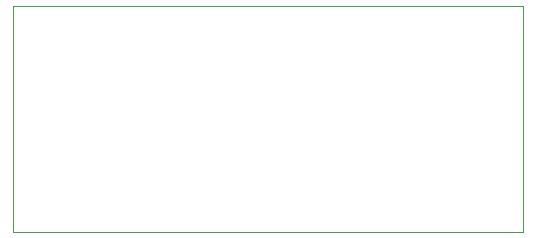
<source format=gbr>
G04 #@! TF.GenerationSoftware,KiCad,Pcbnew,5.1.9-5.1.9*
G04 #@! TF.CreationDate,2021-02-06T16:07:34+03:00*
G04 #@! TF.ProjectId,mix,6d69782e-6b69-4636-9164-5f7063625858,rev?*
G04 #@! TF.SameCoordinates,Original*
G04 #@! TF.FileFunction,Profile,NP*
%FSLAX46Y46*%
G04 Gerber Fmt 4.6, Leading zero omitted, Abs format (unit mm)*
G04 Created by KiCad (PCBNEW 5.1.9-5.1.9) date 2021-02-06 16:07:34*
%MOMM*%
%LPD*%
G01*
G04 APERTURE LIST*
G04 #@! TA.AperFunction,Profile*
%ADD10C,0.050000*%
G04 #@! TD*
G04 APERTURE END LIST*
D10*
X125984000Y-103632000D02*
X125984000Y-84455000D01*
X169164000Y-103632000D02*
X125984000Y-103632000D01*
X169164000Y-84455000D02*
X169164000Y-103632000D01*
X125984000Y-84455000D02*
X169164000Y-84455000D01*
M02*

</source>
